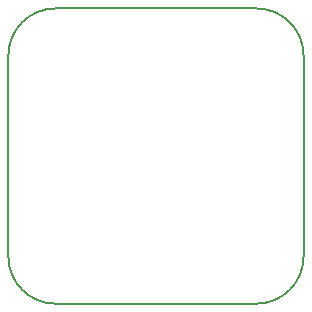
<source format=gbr>
G04 #@! TF.FileFunction,Profile,NP*
%FSLAX46Y46*%
G04 Gerber Fmt 4.6, Leading zero omitted, Abs format (unit mm)*
G04 Created by KiCad (PCBNEW (after 2015-mar-04 BZR unknown)-product) date 2/17/2016 8:31:02 AM*
%MOMM*%
G01*
G04 APERTURE LIST*
%ADD10C,0.150000*%
G04 APERTURE END LIST*
D10*
X20000000Y-41000000D02*
X20000000Y-24000000D01*
X41000000Y-45000000D02*
X24000000Y-45000000D01*
X45000000Y-24000000D02*
X45000000Y-41000000D01*
X24000000Y-20000000D02*
X41000000Y-20000000D01*
X20000000Y-41000000D02*
G75*
G03X24000000Y-45000000I4000000J0D01*
G01*
X41000000Y-45000000D02*
G75*
G03X45000000Y-41000000I0J4000000D01*
G01*
X45000000Y-24000000D02*
G75*
G03X41000000Y-20000000I-4000000J0D01*
G01*
X24000000Y-20000000D02*
G75*
G03X20000000Y-24000000I0J-4000000D01*
G01*
M02*

</source>
